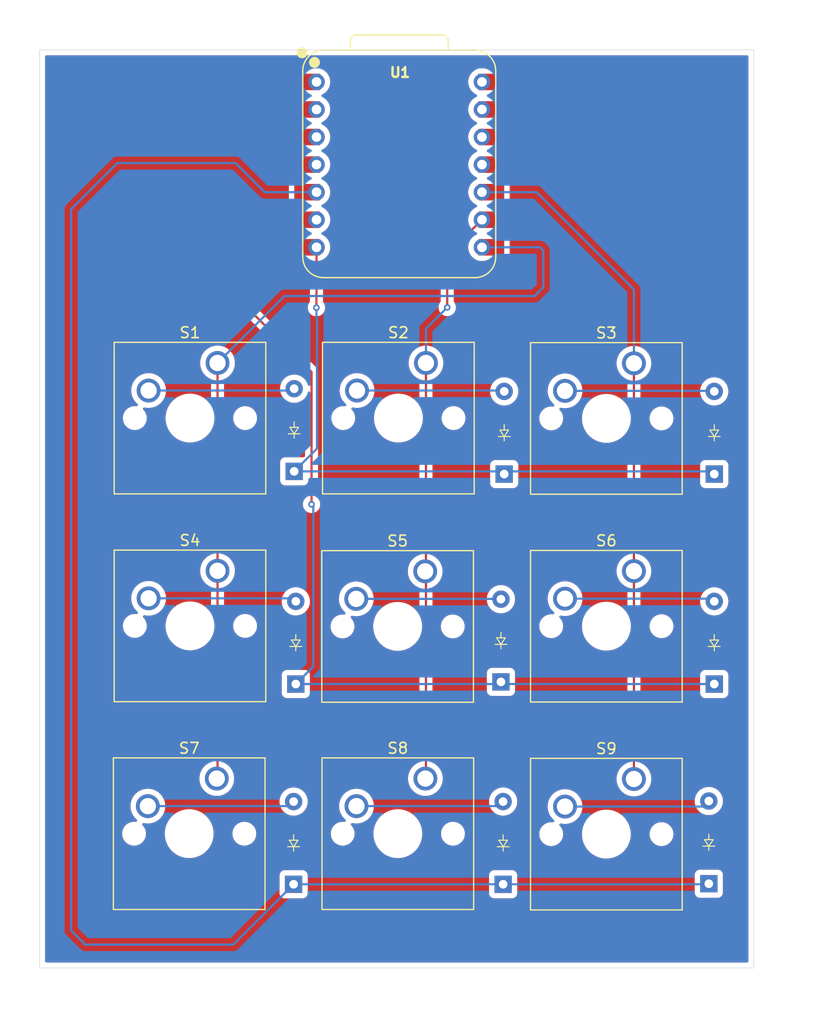
<source format=kicad_pcb>
(kicad_pcb (version 20241229) (generator "pcbnew") (generator_version "9.0")
  (layers (0 "F.Cu" signal) (2 "B.Cu" signal) (13 "F.Paste" user) (15 "B.Paste" user) (5 "F.SilkS" user "F.Silkscreen") (7 "B.SilkS" user "B.Silkscreen") (1 "F.Mask" user) (3 "B.Mask" user) (25 "Edge.Cuts" user))
  (net 0 "")
  (net 1 "Row 0")
  (net 2 "Net-(D1-A)")
  (net 3 "Net-(D2-A)")
  (net 4 "Net-(D3-A)")
  (net 5 "Row 1")
  (net 6 "Net-(D4-A)")
  (net 7 "Net-(D5-A)")
  (net 8 "Net-(D6-A)")
  (net 9 "Net-(D7-A)")
  (net 10 "Row 2")
  (net 11 "Net-(D8-A)")
  (net 12 "Net-(D9-A)")
  (net 13 "Column 0")
  (net 14 "Column 1")
  (net 15 "Column 2")
  (net 16 "+3.3V")
  (footprint "ScottoKeebs_Components:Diode_DO-35" (layer "F.Cu") (at 158 145.64 90)
    (property "Reference" "D8" (hide yes))
    (property "Value" "~" (hide yes))
    (fp_line (start 3.46 -0.55) (end 3.46 0.55) (stroke (width 0.1)) (layer "F.SilkS"))
    (fp_line (start 4.06 -0.4) (end 4.06 0.4) (stroke (width 0.1)) (layer "F.SilkS"))
    (fp_line (start 4.06 0) (end 4.56 0) (stroke (width 0.1)) (layer "F.SilkS"))
    (fp_line (start 3.46 0) (end 4.06 -0.4) (stroke (width 0.1)) (layer "F.SilkS"))
    (fp_line (start 3.06 0) (end 3.46 0) (stroke (width 0.1)) (layer "F.SilkS"))
    (fp_line (start 4.06 0.4) (end 3.46 0) (stroke (width 0.1)) (layer "F.SilkS"))
    (pad "1" thru_hole rect (at 0 0 90) (size 1.6 1.6) (drill 0.8) (layers "*.Cu" "*.Mask") (net 10 "Row 2"))
    (pad "2" thru_hole oval (at 7.62 0 90) (size 1.6 1.6) (drill 0.8) (layers "*.Cu" "*.Mask") (net 11 "Net-(D8-A)"))
  )
  (footprint "ScottoKeebs_Components:Diode_DO-35" (layer "F.Cu") (at 177.45 107.84 90)
    (property "Reference" "D3" (hide yes))
    (property "Value" "~" (hide yes))
    (fp_line (start 3.46 -0.55) (end 3.46 0.55) (stroke (width 0.1)) (layer "F.SilkS"))
    (fp_line (start 4.06 -0.4) (end 4.06 0.4) (stroke (width 0.1)) (layer "F.SilkS"))
    (fp_line (start 4.06 0) (end 4.56 0) (stroke (width 0.1)) (layer "F.SilkS"))
    (fp_line (start 3.46 0) (end 4.06 -0.4) (stroke (width 0.1)) (layer "F.SilkS"))
    (fp_line (start 3.06 0) (end 3.46 0) (stroke (width 0.1)) (layer "F.SilkS"))
    (fp_line (start 4.06 0.4) (end 3.46 0) (stroke (width 0.1)) (layer "F.SilkS"))
    (pad "1" thru_hole rect (at 0 0 90) (size 1.6 1.6) (drill 0.8) (layers "*.Cu" "*.Mask") (net 1 "Row 0"))
    (pad "2" thru_hole oval (at 7.62 0 90) (size 1.6 1.6) (drill 0.8) (layers "*.Cu" "*.Mask") (net 4 "Net-(D3-A)"))
  )
  (footprint "ScottoKeebs_Components:Diode_DO-35" (layer "F.Cu") (at 177.45 127.19 90)
    (property "Reference" "D6" (hide yes))
    (property "Value" "~" (hide yes))
    (fp_line (start 3.46 -0.55) (end 3.46 0.55) (stroke (width 0.1)) (layer "F.SilkS"))
    (fp_line (start 4.06 -0.4) (end 4.06 0.4) (stroke (width 0.1)) (layer "F.SilkS"))
    (fp_line (start 4.06 0) (end 4.56 0) (stroke (width 0.1)) (layer "F.SilkS"))
    (fp_line (start 3.46 0) (end 4.06 -0.4) (stroke (width 0.1)) (layer "F.SilkS"))
    (fp_line (start 3.06 0) (end 3.46 0) (stroke (width 0.1)) (layer "F.SilkS"))
    (fp_line (start 4.06 0.4) (end 3.46 0) (stroke (width 0.1)) (layer "F.SilkS"))
    (pad "1" thru_hole rect (at 0 0 90) (size 1.6 1.6) (drill 0.8) (layers "*.Cu" "*.Mask") (net 5 "Row 1"))
    (pad "2" thru_hole oval (at 7.62 0 90) (size 1.6 1.6) (drill 0.8) (layers "*.Cu" "*.Mask") (net 8 "Net-(D6-A)"))
  )
  (footprint "Button_Switch_Keyboard:SW_Cherry_MX_1.00u_PCB" (layer "F.Cu") (at 150.89 97.6)
    (property "Reference" "S2" (at -2.54 -2.794 0) (layer "F.SilkS"))
    (property "Value" "~")
    (fp_line (start -9.525 -1.905) (end 4.445 -1.905) (stroke (width 0.12)) (layer "F.SilkS"))
    (fp_line (start -9.525 12.065) (end -9.525 -1.905) (stroke (width 0.12)) (layer "F.SilkS"))
    (fp_line (start 4.445 -1.905) (end 4.445 12.065) (stroke (width 0.12)) (layer "F.SilkS"))
    (fp_line (start 4.445 12.065) (end -9.525 12.065) (stroke (width 0.12)) (layer "F.SilkS"))
    (pad "" np_thru_hole circle (at -7.62 5.08) (size 1.7 1.7) (drill 1.7) (layers "*.Cu" "*.Mask"))
    (pad "" np_thru_hole circle (at -2.54 5.08) (size 4 4) (drill 4) (layers "*.Cu" "*.Mask"))
    (pad "" np_thru_hole circle (at 2.54 5.08) (size 1.7 1.7) (drill 1.7) (layers "*.Cu" "*.Mask"))
    (pad "1" thru_hole circle (at 0 0) (size 2.2 2.2) (drill 1.5) (layers "*.Cu" "*.Mask") (net 14 "Column 1"))
    (pad "2" thru_hole circle (at -6.35 2.54) (size 2.2 2.2) (drill 1.5) (layers "*.Cu" "*.Mask") (net 3 "Net-(D2-A)"))
  )
  (footprint "Button_Switch_Keyboard:SW_Cherry_MX_1.00u_PCB" (layer "F.Cu") (at 131.69 97.6)
    (property "Reference" "S1" (at -2.54 -2.794 0) (layer "F.SilkS"))
    (property "Value" "~")
    (fp_line (start -9.525 -1.905) (end 4.445 -1.905) (stroke (width 0.12)) (layer "F.SilkS"))
    (fp_line (start -9.525 12.065) (end -9.525 -1.905) (stroke (width 0.12)) (layer "F.SilkS"))
    (fp_line (start 4.445 -1.905) (end 4.445 12.065) (stroke (width 0.12)) (layer "F.SilkS"))
    (fp_line (start 4.445 12.065) (end -9.525 12.065) (stroke (width 0.12)) (layer "F.SilkS"))
    (pad "" np_thru_hole circle (at -7.62 5.08) (size 1.7 1.7) (drill 1.7) (layers "*.Cu" "*.Mask"))
    (pad "" np_thru_hole circle (at -2.54 5.08) (size 4 4) (drill 4) (layers "*.Cu" "*.Mask"))
    (pad "" np_thru_hole circle (at 2.54 5.08) (size 1.7 1.7) (drill 1.7) (layers "*.Cu" "*.Mask"))
    (pad "1" thru_hole circle (at 0 0) (size 2.2 2.2) (drill 1.5) (layers "*.Cu" "*.Mask") (net 13 "Column 0"))
    (pad "2" thru_hole circle (at -6.35 2.54) (size 2.2 2.2) (drill 1.5) (layers "*.Cu" "*.Mask") (net 2 "Net-(D1-A)"))
  )
  (footprint "Button_Switch_Keyboard:SW_Cherry_MX_1.00u_PCB" (layer "F.Cu") (at 131.62 135.9)
    (property "Reference" "S7" (at -2.54 -2.794 0) (layer "F.SilkS"))
    (property "Value" "~")
    (fp_line (start -9.525 -1.905) (end 4.445 -1.905) (stroke (width 0.12)) (layer "F.SilkS"))
    (fp_line (start -9.525 12.065) (end -9.525 -1.905) (stroke (width 0.12)) (layer "F.SilkS"))
    (fp_line (start 4.445 -1.905) (end 4.445 12.065) (stroke (width 0.12)) (layer "F.SilkS"))
    (fp_line (start 4.445 12.065) (end -9.525 12.065) (stroke (width 0.12)) (layer "F.SilkS"))
    (pad "" np_thru_hole circle (at -7.62 5.08) (size 1.7 1.7) (drill 1.7) (layers "*.Cu" "*.Mask"))
    (pad "" np_thru_hole circle (at -2.54 5.08) (size 4 4) (drill 4) (layers "*.Cu" "*.Mask"))
    (pad "" np_thru_hole circle (at 2.54 5.08) (size 1.7 1.7) (drill 1.7) (layers "*.Cu" "*.Mask"))
    (pad "1" thru_hole circle (at 0 0) (size 2.2 2.2) (drill 1.5) (layers "*.Cu" "*.Mask") (net 13 "Column 0"))
    (pad "2" thru_hole circle (at -6.35 2.54) (size 2.2 2.2) (drill 1.5) (layers "*.Cu" "*.Mask") (net 9 "Net-(D7-A)"))
  )
  (footprint "ScottoKeebs_Components:Diode_DO-35" (layer "F.Cu") (at 138.9 127.19 90)
    (property "Reference" "D4" (hide yes))
    (property "Value" "~" (hide yes))
    (fp_line (start 3.46 -0.55) (end 3.46 0.55) (stroke (width 0.1)) (layer "F.SilkS"))
    (fp_line (start 4.06 -0.4) (end 4.06 0.4) (stroke (width 0.1)) (layer "F.SilkS"))
    (fp_line (start 4.06 0) (end 4.56 0) (stroke (width 0.1)) (layer "F.SilkS"))
    (fp_line (start 3.46 0) (end 4.06 -0.4) (stroke (width 0.1)) (layer "F.SilkS"))
    (fp_line (start 3.06 0) (end 3.46 0) (stroke (width 0.1)) (layer "F.SilkS"))
    (fp_line (start 4.06 0.4) (end 3.46 0) (stroke (width 0.1)) (layer "F.SilkS"))
    (pad "1" thru_hole rect (at 0 0 90) (size 1.6 1.6) (drill 0.8) (layers "*.Cu" "*.Mask") (net 5 "Row 1"))
    (pad "2" thru_hole oval (at 7.62 0 90) (size 1.6 1.6) (drill 0.8) (layers "*.Cu" "*.Mask") (net 6 "Net-(D4-A)"))
  )
  (footprint "ScottoKeebs_Components:Diode_DO-35" (layer "F.Cu") (at 138.75 107.59 90)
    (property "Reference" "D1" (hide yes))
    (property "Value" "~" (hide yes))
    (fp_line (start 3.46 -0.55) (end 3.46 0.55) (stroke (width 0.1)) (layer "F.SilkS"))
    (fp_line (start 4.06 -0.4) (end 4.06 0.4) (stroke (width 0.1)) (layer "F.SilkS"))
    (fp_line (start 4.06 0) (end 4.56 0) (stroke (width 0.1)) (layer "F.SilkS"))
    (fp_line (start 3.46 0) (end 4.06 -0.4) (stroke (width 0.1)) (layer "F.SilkS"))
    (fp_line (start 3.06 0) (end 3.46 0) (stroke (width 0.1)) (layer "F.SilkS"))
    (fp_line (start 4.06 0.4) (end 3.46 0) (stroke (width 0.1)) (layer "F.SilkS"))
    (pad "1" thru_hole rect (at 0 0 90) (size 1.6 1.6) (drill 0.8) (layers "*.Cu" "*.Mask") (net 1 "Row 0"))
    (pad "2" thru_hole oval (at 7.62 0 90) (size 1.6 1.6) (drill 0.8) (layers "*.Cu" "*.Mask") (net 2 "Net-(D1-A)"))
  )
  (footprint "Button_Switch_Keyboard:SW_Cherry_MX_1.00u_PCB" (layer "F.Cu") (at 150.84 135.9)
    (property "Reference" "S8" (at -2.54 -2.794 0) (layer "F.SilkS"))
    (property "Value" "~")
    (fp_line (start -9.525 -1.905) (end 4.445 -1.905) (stroke (width 0.12)) (layer "F.SilkS"))
    (fp_line (start -9.525 12.065) (end -9.525 -1.905) (stroke (width 0.12)) (layer "F.SilkS"))
    (fp_line (start 4.445 -1.905) (end 4.445 12.065) (stroke (width 0.12)) (layer "F.SilkS"))
    (fp_line (start 4.445 12.065) (end -9.525 12.065) (stroke (width 0.12)) (layer "F.SilkS"))
    (pad "" np_thru_hole circle (at -7.62 5.08) (size 1.7 1.7) (drill 1.7) (layers "*.Cu" "*.Mask"))
    (pad "" np_thru_hole circle (at -2.54 5.08) (size 4 4) (drill 4) (layers "*.Cu" "*.Mask"))
    (pad "" np_thru_hole circle (at 2.54 5.08) (size 1.7 1.7) (drill 1.7) (layers "*.Cu" "*.Mask"))
    (pad "1" thru_hole circle (at 0 0) (size 2.2 2.2) (drill 1.5) (layers "*.Cu" "*.Mask") (net 14 "Column 1"))
    (pad "2" thru_hole circle (at -6.35 2.54) (size 2.2 2.2) (drill 1.5) (layers "*.Cu" "*.Mask") (net 11 "Net-(D8-A)"))
  )
  (footprint "Button_Switch_Keyboard:SW_Cherry_MX_1.00u_PCB" (layer "F.Cu") (at 170.05 116.78)
    (property "Reference" "S6" (at -2.54 -2.794 0) (layer "F.SilkS"))
    (property "Value" "~")
    (fp_line (start -9.525 -1.905) (end 4.445 -1.905) (stroke (width 0.12)) (layer "F.SilkS"))
    (fp_line (start -9.525 12.065) (end -9.525 -1.905) (stroke (width 0.12)) (layer "F.SilkS"))
    (fp_line (start 4.445 -1.905) (end 4.445 12.065) (stroke (width 0.12)) (layer "F.SilkS"))
    (fp_line (start 4.445 12.065) (end -9.525 12.065) (stroke (width 0.12)) (layer "F.SilkS"))
    (pad "" np_thru_hole circle (at -7.62 5.08) (size 1.7 1.7) (drill 1.7) (layers "*.Cu" "*.Mask"))
    (pad "" np_thru_hole circle (at -2.54 5.08) (size 4 4) (drill 4) (layers "*.Cu" "*.Mask"))
    (pad "" np_thru_hole circle (at 2.54 5.08) (size 1.7 1.7) (drill 1.7) (layers "*.Cu" "*.Mask"))
    (pad "1" thru_hole circle (at 0 0) (size 2.2 2.2) (drill 1.5) (layers "*.Cu" "*.Mask") (net 15 "Column 2"))
    (pad "2" thru_hole circle (at -6.35 2.54) (size 2.2 2.2) (drill 1.5) (layers "*.Cu" "*.Mask") (net 8 "Net-(D6-A)"))
  )
  (footprint "ScottoKeebs_Components:Diode_DO-35" (layer "F.Cu") (at 176.95 145.59 90)
    (property "Reference" "D9" (hide yes))
    (property "Value" "~" (hide yes))
    (fp_line (start 3.46 -0.55) (end 3.46 0.55) (stroke (width 0.1)) (layer "F.SilkS"))
    (fp_line (start 4.06 -0.4) (end 4.06 0.4) (stroke (width 0.1)) (layer "F.SilkS"))
    (fp_line (start 4.06 0) (end 4.56 0) (stroke (width 0.1)) (layer "F.SilkS"))
    (fp_line (start 3.46 0) (end 4.06 -0.4) (stroke (width 0.1)) (layer "F.SilkS"))
    (fp_line (start 3.06 0) (end 3.46 0) (stroke (width 0.1)) (layer "F.SilkS"))
    (fp_line (start 4.06 0.4) (end 3.46 0) (stroke (width 0.1)) (layer "F.SilkS"))
    (pad "1" thru_hole rect (at 0 0 90) (size 1.6 1.6) (drill 0.8) (layers "*.Cu" "*.Mask") (net 10 "Row 2"))
    (pad "2" thru_hole oval (at 7.62 0 90) (size 1.6 1.6) (drill 0.8) (layers "*.Cu" "*.Mask") (net 12 "Net-(D9-A)"))
  )
  (footprint "Button_Switch_Keyboard:SW_Cherry_MX_1.00u_PCB" (layer "F.Cu") (at 131.69 116.75)
    (property "Reference" "S4" (at -2.54 -2.794 0) (layer "F.SilkS"))
    (property "Value" "~")
    (fp_line (start -9.525 -1.905) (end 4.445 -1.905) (stroke (width 0.12)) (layer "F.SilkS"))
    (fp_line (start -9.525 12.065) (end -9.525 -1.905) (stroke (width 0.12)) (layer "F.SilkS"))
    (fp_line (start 4.445 -1.905) (end 4.445 12.065) (stroke (width 0.12)) (layer "F.SilkS"))
    (fp_line (start 4.445 12.065) (end -9.525 12.065) (stroke (width 0.12)) (layer "F.SilkS"))
    (pad "" np_thru_hole circle (at -7.62 5.08) (size 1.7 1.7) (drill 1.7) (layers "*.Cu" "*.Mask"))
    (pad "" np_thru_hole circle (at -2.54 5.08) (size 4 4) (drill 4) (layers "*.Cu" "*.Mask"))
    (pad "" np_thru_hole circle (at 2.54 5.08) (size 1.7 1.7) (drill 1.7) (layers "*.Cu" "*.Mask"))
    (pad "1" thru_hole circle (at 0 0) (size 2.2 2.2) (drill 1.5) (layers "*.Cu" "*.Mask") (net 13 "Column 0"))
    (pad "2" thru_hole circle (at -6.35 2.54) (size 2.2 2.2) (drill 1.5) (layers "*.Cu" "*.Mask") (net 6 "Net-(D4-A)"))
  )
  (footprint "ScottoKeebs_Components:Diode_DO-35" (layer "F.Cu") (at 138.7 145.64 90)
    (property "Reference" "D7" (hide yes))
    (property "Value" "~" (hide yes))
    (fp_line (start 3.46 -0.55) (end 3.46 0.55) (stroke (width 0.1)) (layer "F.SilkS"))
    (fp_line (start 4.06 -0.4) (end 4.06 0.4) (stroke (width 0.1)) (layer "F.SilkS"))
    (fp_line (start 4.06 0) (end 4.56 0) (stroke (width 0.1)) (layer "F.SilkS"))
    (fp_line (start 3.46 0) (end 4.06 -0.4) (stroke (width 0.1)) (layer "F.SilkS"))
    (fp_line (start 3.06 0) (end 3.46 0) (stroke (width 0.1)) (layer "F.SilkS"))
    (fp_line (start 4.06 0.4) (end 3.46 0) (stroke (width 0.1)) (layer "F.SilkS"))
    (pad "1" thru_hole rect (at 0 0 90) (size 1.6 1.6) (drill 0.8) (layers "*.Cu" "*.Mask") (net 10 "Row 2"))
    (pad "2" thru_hole oval (at 7.62 0 90) (size 1.6 1.6) (drill 0.8) (layers "*.Cu" "*.Mask") (net 9 "Net-(D7-A)"))
  )
  (footprint "Seeed Studio XIAO Series Library:XIAO-RP2040-DIP" (layer "F.Cu") (at 148.43 79.32)
    (property "Reference" "U1" (at 0.07 -8.49 0) (layer "F.SilkS") (effects (font (size 0.9 0.9) (thickness 0.225) (bold yes))))
    (property "Value" "XIAO-RP2040-DIP")
    (fp_line (start -8.89 8.509) (end -8.89 -8.636) (stroke (width 0.127)) (layer "F.SilkS"))
    (fp_line (start -6.985 10.414) (end 6.985 10.414) (stroke (width 0.127)) (layer "F.SilkS"))
    (fp_line (start -4.495 -10.541) (end -4.491272 -11.451272) (stroke (width 0.127)) (layer "F.SilkS"))
    (fp_line (start -3.991272 -11.951) (end 4.004 -11.951) (stroke (width 0.127)) (layer "F.SilkS"))
    (fp_line (start 4.504 -11.451) (end 4.504 -10.541) (stroke (width 0.127)) (layer "F.SilkS"))
    (fp_line (start 6.985 -10.541) (end -6.985 -10.541) (stroke (width 0.1)) (layer "F.SilkS"))
    (fp_line (start 6.985 -10.541) (end -6.985 -10.541) (stroke (width 0.127)) (layer "F.SilkS"))
    (fp_line (start 8.89 8.509) (end 8.89 -8.636) (stroke (width 0.127)) (layer "F.SilkS"))
    (fp_arc (start -8.89 -8.636) (mid -8.332038 -9.983038) (end -6.985 -10.541) (stroke (width 0.127)) (layer "F.SilkS"))
    (fp_arc (start -6.985 10.414) (mid -8.332038 9.856038) (end -8.89 8.509) (stroke (width 0.127)) (layer "F.SilkS"))
    (fp_arc (start -4.491272 -11.451272) (mid -4.344728 -11.80464) (end -3.991272 -11.951) (stroke (width 0.127)) (layer "F.SilkS"))
    (fp_arc (start 4.004 -11.951) (mid 4.357553 -11.804553) (end 4.504 -11.451) (stroke (width 0.127)) (layer "F.SilkS"))
    (fp_arc (start 6.985 -10.541) (mid 8.332038 -9.983038) (end 8.89 -8.636) (stroke (width 0.127)) (layer "F.SilkS"))
    (fp_arc (start 8.89 8.509) (mid 8.332038 9.856038) (end 6.985 10.414) (stroke (width 0.127)) (layer "F.SilkS"))
    (fp_circle (center -8.95 -10.3) (end -8.95 -10.554) (stroke (width 0.5)) (fill yes) (layer "F.SilkS"))
    (fp_circle (center -7.807 -9.42) (end -7.807 -9.674) (stroke (width 0.5)) (fill yes) (layer "F.SilkS"))
    (pad "1" smd roundrect (at -8.455 -7.62 180) (size 2.432 1.524) (layers "F.Cu" "F.Mask") (roundrect_rratio 0.1))
    (pad "1" thru_hole circle (at -7.62 -7.62 180) (size 1.524 1.524) (drill 0.889) (layers "*.Cu" "*.Mask"))
    (pad "2" smd roundrect (at -8.455 -5.08 180) (size 2.432 1.524) (layers "F.Cu" "F.Mask") (roundrect_rratio 0.1))
    (pad "2" thru_hole circle (at -7.62 -5.08 180) (size 1.524 1.524) (drill 0.889) (layers "*.Cu" "*.Mask"))
    (pad "3" smd roundrect (at -8.455 -2.54 180) (size 2.432 1.524) (layers "F.Cu" "F.Mask") (roundrect_rratio 0.1))
    (pad "3" thru_hole circle (at -7.62 -2.54 180) (size 1.524 1.524) (drill 0.889) (layers "*.Cu" "*.Mask"))
    (pad "4" smd roundrect (at -8.455 0 180) (size 2.432 1.524) (layers "F.Cu" "F.Mask") (roundrect_rratio 0.1))
    (pad "4" thru_hole circle (at -7.62 0 180) (size 1.524 1.524) (drill 0.889) (layers "*.Cu" "*.Mask"))
    (pad "5" smd roundrect (at -8.455 2.54 180) (size 2.432 1.524) (layers "F.Cu" "F.Mask") (roundrect_rratio 0.1) (net 10 "Row 2"))
    (pad "5" thru_hole circle (at -7.62 2.54 180) (size 1.524 1.524) (drill 0.889) (layers "*.Cu" "*.Mask") (net 10 "Row 2"))
    (pad "6" smd roundrect (at -8.455 5.08 180) (size 2.432 1.524) (layers "F.Cu" "F.Mask") (roundrect_rratio 0.1) (net 5 "Row 1"))
    (pad "6" thru_hole circle (at -7.62 5.08 180) (size 1.524 1.524) (drill 0.889) (layers "*.Cu" "*.Mask") (net 5 "Row 1"))
    (pad "7" smd roundrect (at -8.455 7.62 180) (size 2.432 1.524) (layers "F.Cu" "F.Mask") (roundrect_rratio 0.1) (net 1 "Row 0"))
    (pad "7" thru_hole circle (at -7.62 7.62 180) (size 1.524 1.524) (drill 0.889) (layers "*.Cu" "*.Mask") (net 1 "Row 0"))
    (pad "8" thru_hole circle (at 7.62 7.62) (size 1.524 1.524) (drill 0.889) (layers "*.Cu" "*.Mask") (net 13 "Column 0"))
    (pad "8" smd roundrect (at 8.455 7.62) (size 2.432 1.524) (layers "F.Cu" "F.Mask") (roundrect_rratio 0.1) (net 13 "Column 0"))
    (pad "9" thru_hole circle (at 7.62 5.08) (size 1.524 1.524) (drill 0.889) (layers "*.Cu" "*.Mask") (net 14 "Column 1"))
    (pad "9" smd roundrect (at 8.455 5.08) (size 2.432 1.524) (layers "F.Cu" "F.Mask") (roundrect_rratio 0.1) (net 14 "Column 1"))
    (pad "10" thru_hole circle (at 7.62 2.54) (size 1.524 1.524) (drill 0.889) (layers "*.Cu" "*.Mask") (net 15 "Column 2"))
    (pad "10" smd roundrect (at 8.455 2.54) (size 2.432 1.524) (layers "F.Cu" "F.Mask") (roundrect_rratio 0.1) (net 15 "Column 2"))
    (pad "11" thru_hole circle (at 7.62 0) (size 1.524 1.524) (drill 0.889) (layers "*.Cu" "*.Mask"))
    (pad "11" smd roundrect (at 8.455 0) (size 2.432 1.524) (layers "F.Cu" "F.Mask") (roundrect_rratio 0.1))
    (pad "12" thru_hole circle (at 7.62 -2.54) (size 1.524 1.524) (drill 0.889) (layers "*.Cu" "*.Mask") (net 16 "+3.3V"))
    (pad "12" smd roundrect (at 8.455 -2.54) (size 2.432 1.524) (layers "F.Cu" "F.Mask") (roundrect_rratio 0.1) (net 16 "+3.3V"))
    (pad "13" thru_hole circle (at 7.62 -5.08) (size 1.524 1.524) (drill 0.889) (layers "*.Cu" "*.Mask"))
    (pad "13" smd roundrect (at 8.455 -5.08) (size 2.432 1.524) (layers "F.Cu" "F.Mask") (roundrect_rratio 0.1))
    (pad "14" thru_hole circle (at 7.62 -7.62) (size 1.524 1.524) (drill 0.889) (layers "*.Cu" "*.Mask"))
    (pad "14" smd roundrect (at 8.455 -7.62) (size 2.432 1.524) (layers "F.Cu" "F.Mask") (roundrect_rratio 0.1))
  )
  (footprint "Button_Switch_Keyboard:SW_Cherry_MX_1.00u_PCB" (layer "F.Cu") (at 170.05 97.63)
    (property "Reference" "S3" (at -2.54 -2.794 0) (layer "F.SilkS"))
    (property "Value" "~")
    (fp_line (start -9.525 -1.905) (end 4.445 -1.905) (stroke (width 0.12)) (layer "F.SilkS"))
    (fp_line (start -9.525 12.065) (end -9.525 -1.905) (stroke (width 0.12)) (layer "F.SilkS"))
    (fp_line (start 4.445 -1.905) (end 4.445 12.065) (stroke (width 0.12)) (layer "F.SilkS"))
    (fp_line (start 4.445 12.065) (end -9.525 12.065) (stroke (width 0.12)) (layer "F.SilkS"))
    (pad "" np_thru_hole circle (at -7.62 5.08) (size 1.7 1.7) (drill 1.7) (layers "*.Cu" "*.Mask"))
    (pad "" np_thru_hole circle (at -2.54 5.08) (size 4 4) (drill 4) (layers "*.Cu" "*.Mask"))
    (pad "" np_thru_hole circle (at 2.54 5.08) (size 1.7 1.7) (drill 1.7) (layers "*.Cu" "*.Mask"))
    (pad "1" thru_hole circle (at 0 0) (size 2.2 2.2) (drill 1.5) (layers "*.Cu" "*.Mask") (net 15 "Column 2"))
    (pad "2" thru_hole circle (at -6.35 2.54) (size 2.2 2.2) (drill 1.5) (layers "*.Cu" "*.Mask") (net 4 "Net-(D3-A)"))
  )
  (footprint "Button_Switch_Keyboard:SW_Cherry_MX_1.00u_PCB" (layer "F.Cu") (at 170.05 135.94)
    (property "Reference" "S9" (at -2.54 -2.794 0) (layer "F.SilkS"))
    (property "Value" "~")
    (fp_line (start -9.525 -1.905) (end 4.445 -1.905) (stroke (width 0.12)) (layer "F.SilkS"))
    (fp_line (start -9.525 12.065) (end -9.525 -1.905) (stroke (width 0.12)) (layer "F.SilkS"))
    (fp_line (start 4.445 -1.905) (end 4.445 12.065) (stroke (width 0.12)) (layer "F.SilkS"))
    (fp_line (start 4.445 12.065) (end -9.525 12.065) (stroke (width 0.12)) (layer "F.SilkS"))
    (pad "" np_thru_hole circle (at -7.62 5.08) (size 1.7 1.7) (drill 1.7) (layers "*.Cu" "*.Mask"))
    (pad "" np_thru_hole circle (at -2.54 5.08) (size 4 4) (drill 4) (layers "*.Cu" "*.Mask"))
    (pad "" np_thru_hole circle (at 2.54 5.08) (size 1.7 1.7) (drill 1.7) (layers "*.Cu" "*.Mask"))
    (pad "1" thru_hole circle (at 0 0) (size 2.2 2.2) (drill 1.5) (layers "*.Cu" "*.Mask") (net 15 "Column 2"))
    (pad "2" thru_hole circle (at -6.35 2.54) (size 2.2 2.2) (drill 1.5) (layers "*.Cu" "*.Mask") (net 12 "Net-(D9-A)"))
  )
  (footprint "ScottoKeebs_Components:Diode_DO-35" (layer "F.Cu") (at 157.8 126.99 90)
    (property "Reference" "D5" (hide yes))
    (property "Value" "~" (hide yes))
    (fp_line (start 3.46 -0.55) (end 3.46 0.55) (stroke (width 0.1)) (layer "F.SilkS"))
    (fp_line (start 4.06 -0.4) (end 4.06 0.4) (stroke (width 0.1)) (layer "F.SilkS"))
    (fp_line (start 4.06 0) (end 4.56 0) (stroke (width 0.1)) (layer "F.SilkS"))
    (fp_line (start 3.46 0) (end 4.06 -0.4) (stroke (width 0.1)) (layer "F.SilkS"))
    (fp_line (start 3.06 0) (end 3.46 0) (stroke (width 0.1)) (layer "F.SilkS"))
    (fp_line (start 4.06 0.4) (end 3.46 0) (stroke (width 0.1)) (layer "F.SilkS"))
    (pad "1" thru_hole rect (at 0 0 90) (size 1.6 1.6) (drill 0.8) (layers "*.Cu" "*.Mask") (net 5 "Row 1"))
    (pad "2" thru_hole oval (at 7.62 0 90) (size 1.6 1.6) (drill 0.8) (layers "*.Cu" "*.Mask") (net 7 "Net-(D5-A)"))
  )
  (footprint "Button_Switch_Keyboard:SW_Cherry_MX_1.00u_PCB" (layer "F.Cu") (at 150.82 116.8)
    (property "Reference" "S5" (at -2.54 -2.794 0) (layer "F.SilkS"))
    (property "Value" "~")
    (fp_line (start -9.525 -1.905) (end 4.445 -1.905) (stroke (width 0.12)) (layer "F.SilkS"))
    (fp_line (start -9.525 12.065) (end -9.525 -1.905) (stroke (width 0.12)) (layer "F.SilkS"))
    (fp_line (start 4.445 -1.905) (end 4.445 12.065) (stroke (width 0.12)) (layer "F.SilkS"))
    (fp_line (start 4.445 12.065) (end -9.525 12.065) (stroke (width 0.12)) (layer "F.SilkS"))
    (pad "" np_thru_hole circle (at -7.62 5.08) (size 1.7 1.7) (drill 1.7) (layers "*.Cu" "*.Mask"))
    (pad "" np_thru_hole circle (at -2.54 5.08) (size 4 4) (drill 4) (layers "*.Cu" "*.Mask"))
    (pad "" np_thru_hole circle (at 2.54 5.08) (size 1.7 1.7) (drill 1.7) (layers "*.Cu" "*.Mask"))
    (pad "1" thru_hole circle (at 0 0) (size 2.2 2.2) (drill 1.5) (layers "*.Cu" "*.Mask") (net 14 "Column 1"))
    (pad "2" thru_hole circle (at -6.35 2.54) (size 2.2 2.2) (drill 1.5) (layers "*.Cu" "*.Mask") (net 7 "Net-(D5-A)"))
  )
  (footprint "ScottoKeebs_Components:Diode_DO-35" (layer "F.Cu") (at 158.1 107.84 90)
    (property "Reference" "D2" (hide yes))
    (property "Value" "~" (hide yes))
    (fp_line (start 3.46 -0.55) (end 3.46 0.55) (stroke (width 0.1)) (layer "F.SilkS"))
    (fp_line (start 4.06 -0.4) (end 4.06 0.4) (stroke (width 0.1)) (layer "F.SilkS"))
    (fp_line (start 4.06 0) (end 4.56 0) (stroke (width 0.1)) (layer "F.SilkS"))
    (fp_line (start 3.46 0) (end 4.06 -0.4) (stroke (width 0.1)) (layer "F.SilkS"))
    (fp_line (start 3.06 0) (end 3.46 0) (stroke (width 0.1)) (layer "F.SilkS"))
    (fp_line (start 4.06 0.4) (end 3.46 0) (stroke (width 0.1)) (layer "F.SilkS"))
    (pad "1" thru_hole rect (at 0 0 90) (size 1.6 1.6) (drill 0.8) (layers "*.Cu" "*.Mask") (net 1 "Row 0"))
    (pad "2" thru_hole oval (at 7.62 0 90) (size 1.6 1.6) (drill 0.8) (layers "*.Cu" "*.Mask") (net 3 "Net-(D2-A)"))
  )
  (gr_rect (start 115.3 68.75) (end 181.1 153.35) (stroke (width 0.05)) (fill no) (layer "Edge.Cuts"))
  (segment (start 140.8 92.5) (end 140.8 91.2) (width 0.2) (layer "F.Cu") (net 1))
  (segment (start 140.8 91.2) (end 140.81 91.19) (width 0.2) (layer "F.Cu") (net 1))
  (segment (start 140.81 91.19) (end 140.81 86.94) (width 0.2) (layer "F.Cu") (net 1))
  (via (at 140.8 92.5) (size 0.6) (drill 0.3) (layers "F.Cu" "B.Cu") (net 1))
  (segment (start 177.2 107.59) (end 177.45 107.84) (width 0.2) (layer "B.Cu") (net 1))
  (segment (start 140.8 93.25) (end 140.85 93.3) (width 0.2) (layer "B.Cu") (net 1))
  (segment (start 140.85 93.3) (end 140.85 105.49) (width 0.2) (layer "B.Cu") (net 1))
  (segment (start 140.85 105.49) (end 138.75 107.59) (width 0.2) (layer "B.Cu") (net 1))
  (segment (start 138.75 107.59) (end 177.2 107.59) (width 0.2) (layer "B.Cu") (net 1))
  (segment (start 140.8 92.5) (end 140.8 93.25) (width 0.2) (layer "B.Cu") (net 1))
  (segment (start 138.58 100.14) (end 138.75 99.97) (width 0.2) (layer "B.Cu") (net 2))
  (segment (start 125.34 100.14) (end 138.58 100.14) (width 0.2) (layer "B.Cu") (net 2))
  (segment (start 144.54 100.14) (end 158.02 100.14) (width 0.2) (layer "B.Cu") (net 3))
  (segment (start 158.02 100.14) (end 158.1 100.22) (width 0.2) (layer "B.Cu") (net 3))
  (segment (start 177.4 100.17) (end 177.45 100.22) (width 0.2) (layer "B.Cu") (net 4))
  (segment (start 163.7 100.17) (end 177.4 100.17) (width 0.2) (layer "B.Cu") (net 4))
  (segment (start 134.13 84.4) (end 140.81 84.4) (width 0.2) (layer "F.Cu") (net 5))
  (segment (start 140.35 110.63) (end 140.35 98.43) (width 0.2) (layer "F.Cu") (net 5))
  (segment (start 132.25 90.33) (end 132.25 86.28) (width 0.2) (layer "F.Cu") (net 5))
  (segment (start 132.25 86.28) (end 134.13 84.4) (width 0.2) (layer "F.Cu") (net 5))
  (segment (start 140.35 98.43) (end 132.25 90.33) (width 0.2) (layer "F.Cu") (net 5))
  (via (at 140.35 110.63) (size 0.6) (drill 0.3) (layers "F.Cu" "B.Cu") (net 5))
  (segment (start 138.9 127.19) (end 140.513 125.577) (width 0.2) (layer "B.Cu") (net 5))
  (segment (start 140.513 125.577) (end 140.513 110.793) (width 0.2) (layer "B.Cu") (net 5))
  (segment (start 138.9 127.19) (end 177.45 127.19) (width 0.2) (layer "B.Cu") (net 5))
  (segment (start 140.513 110.793) (end 140.35 110.63) (width 0.2) (layer "B.Cu") (net 5))
  (segment (start 125.34 119.29) (end 138.62 119.29) (width 0.2) (layer "B.Cu") (net 6))
  (segment (start 138.62 119.29) (end 138.9 119.57) (width 0.2) (layer "B.Cu") (net 6))
  (segment (start 157.77 119.34) (end 157.8 119.37) (width 0.2) (layer "B.Cu") (net 7))
  (segment (start 144.47 119.34) (end 157.77 119.34) (width 0.2) (layer "B.Cu") (net 7))
  (segment (start 177.2 119.32) (end 177.45 119.57) (width 0.2) (layer "B.Cu") (net 8))
  (segment (start 163.7 119.32) (end 177.2 119.32) (width 0.2) (layer "B.Cu") (net 8))
  (segment (start 125.27 138.44) (end 138.28 138.44) (width 0.2) (layer "B.Cu") (net 9))
  (segment (start 138.28 138.44) (end 138.7 138.02) (width 0.2) (layer "B.Cu") (net 9))
  (segment (start 138.7 145.64) (end 133.14 151.2) (width 0.2) (layer "B.Cu") (net 10))
  (segment (start 138.7 145.64) (end 176.9 145.64) (width 0.2) (layer "B.Cu") (net 10))
  (segment (start 119.5 151.2) (end 118.2 149.9) (width 0.2) (layer "B.Cu") (net 10))
  (segment (start 133.35 79.18) (end 136.03 81.86) (width 0.2) (layer "B.Cu") (net 10))
  (segment (start 118.2 83.43) (end 122.45 79.18) (width 0.2) (layer "B.Cu") (net 10))
  (segment (start 122.45 79.18) (end 133.35 79.18) (width 0.2) (layer "B.Cu") (net 10))
  (segment (start 176.9 145.64) (end 176.95 145.59) (width 0.2) (layer "B.Cu") (net 10))
  (segment (start 118.2 149.9) (end 118.2 83.43) (width 0.2) (layer "B.Cu") (net 10))
  (segment (start 133.14 151.2) (end 119.5 151.2) (width 0.2) (layer "B.Cu") (net 10))
  (segment (start 157.45 145.64) (end 158.05 145.04) (width 0.2) (layer "B.Cu") (net 10))
  (segment (start 136.03 81.86) (end 140.81 81.86) (width 0.2) (layer "B.Cu") (net 10))
  (segment (start 157.58 138.44) (end 158 138.02) (width 0.2) (layer "B.Cu") (net 11))
  (segment (start 144.49 138.44) (end 157.58 138.44) (width 0.2) (layer "B.Cu") (net 11))
  (segment (start 163.7 138.48) (end 176.44 138.48) (width 0.2) (layer "B.Cu") (net 12))
  (segment (start 176.44 138.48) (end 176.95 137.97) (width 0.2) (layer "B.Cu") (net 12))
  (segment (start 131.69 135.83) (end 131.62 135.9) (width 0.2) (layer "F.Cu") (net 13))
  (segment (start 131.69 97.6) (end 131.69 135.83) (width 0.2) (layer "F.Cu") (net 13))
  (segment (start 161.41 86.94) (end 156.05 86.94) (width 0.2) (layer "B.Cu") (net 13))
  (segment (start 131.69 97.6) (end 137.86 91.43) (width 0.2) (layer "B.Cu") (net 13))
  (segment (start 161.7 90.63) (end 161.7 87.23) (width 0.2) (layer "B.Cu") (net 13))
  (segment (start 137.86 91.43) (end 160.9 91.43) (width 0.2) (layer "B.Cu") (net 13))
  (segment (start 161.7 87.23) (end 161.41 86.94) (width 0.2) (layer "B.Cu") (net 13))
  (segment (start 160.9 91.43) (end 161.7 90.63) (width 0.2) (layer "B.Cu") (net 13))
  (segment (start 150.89 97.6) (end 150.89 135.85) (width 0.2) (layer "F.Cu") (net 14))
  (segment (start 150.89 135.85) (end 150.84 135.9) (width 0.2) (layer "F.Cu") (net 14))
  (segment (start 152.85 92.48) (end 152.85 87.6) (width 0.2) (layer "F.Cu") (net 14))
  (segment (start 152.85 87.6) (end 156.05 84.4) (width 0.2) (layer "F.Cu") (net 14))
  (via (at 152.85 92.48) (size 0.6) (drill 0.3) (layers "F.Cu" "B.Cu") (net 14))
  (segment (start 150.89 94.44) (end 152.85 92.48) (width 0.2) (layer "B.Cu") (net 14))
  (segment (start 150.89 97.6) (end 150.89 94.44) (width 0.2) (layer "B.Cu") (net 14))
  (segment (start 170.05 97.63) (end 170.05 135.94) (width 0.2) (layer "F.Cu") (net 15))
  (segment (start 170.05 97.63) (end 170.05 90.83) (width 0.2) (layer "B.Cu") (net 15))
  (segment (start 161.08 81.86) (end 156.05 81.86) (width 0.2) (layer "B.Cu") (net 15))
  (segment (start 170.05 90.83) (end 161.08 81.86) (width 0.2) (layer "B.Cu") (net 15))
  (zone (net 0) (net_name "") (layers "F.Cu" "B.Cu") (connect_pads (clearance 0.5)) (min_thickness 0.25) (fill yes (thermal_gap 0.5) (thermal_bridge_width 0.5) (island_removal_mode 1) (island_area_min 10))
    (polygon (pts (xy 111.65 64.25) (xy 113.05 157.75) (xy 188.3 158.45) (xy 188.95 64.15)))
  )
)
</source>
